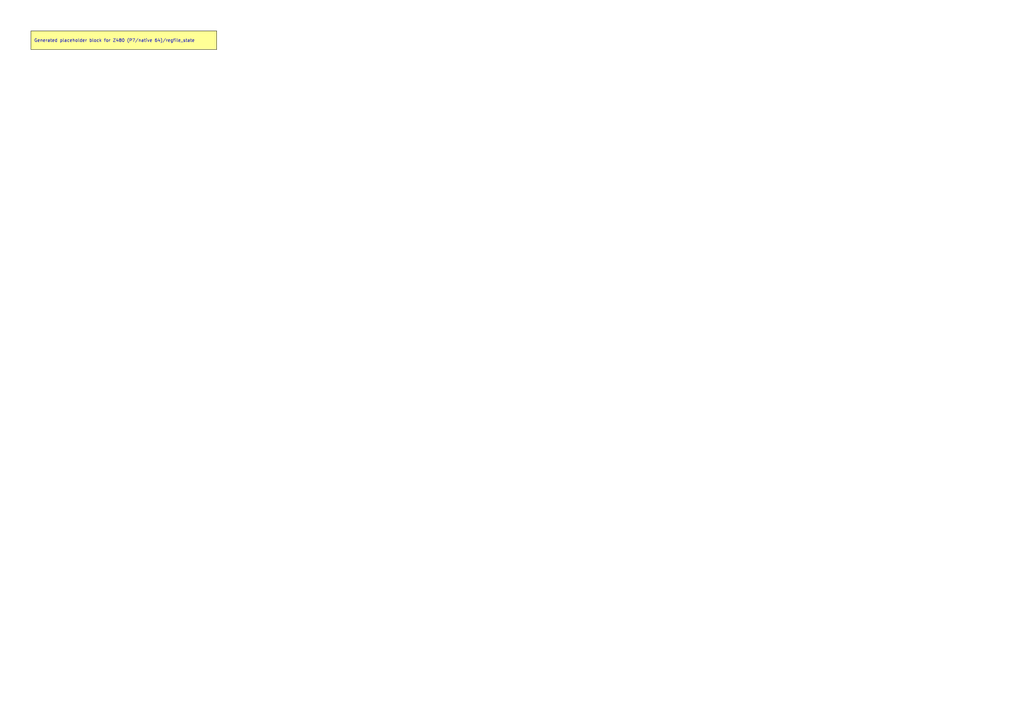
<source format=kicad_sch>
(kicad_sch
	(version 20250114)
	(generator "kicadgen")
	(generator_version "0.2")
	(uuid "08fd0ac3-4993-5583-a2c2-3dacf0f4ad02")
	(paper "A3")
	(title_block
		(title "Z480 (P7/native 64)::regfile_state")
		(company "Project Carbon")
		(comment 1 "Generated - do not edit in generated/")
		(comment 2 "Edit in schem/kicad9/manual/ or refine mapping specs")
	)
	(lib_symbols)
	(text_box
		"Generated placeholder block for Z480 (P7/native 64)/regfile_state"
		(exclude_from_sim no)
		(at
			12.7
			12.7
			0
		)
		(size 76.2 7.62)
		(margins
			1.27
			1.27
			1.27
			1.27
		)
		(stroke
			(width 0)
			(type default)
			(color
				0
				0
				0
				1
			)
		)
		(fill
			(type color)
			(color
				255
				255
				150
				1
			)
		)
		(effects
			(font
				(size 1.27 1.27)
			)
			(justify left)
		)
		(uuid "8f8a3d52-c37b-501f-9e23-9b8f3d161ab4")
	)
	(sheet_instances
		(path
			"/"
			(page "1")
		)
	)
	(embedded_fonts no)
)

</source>
